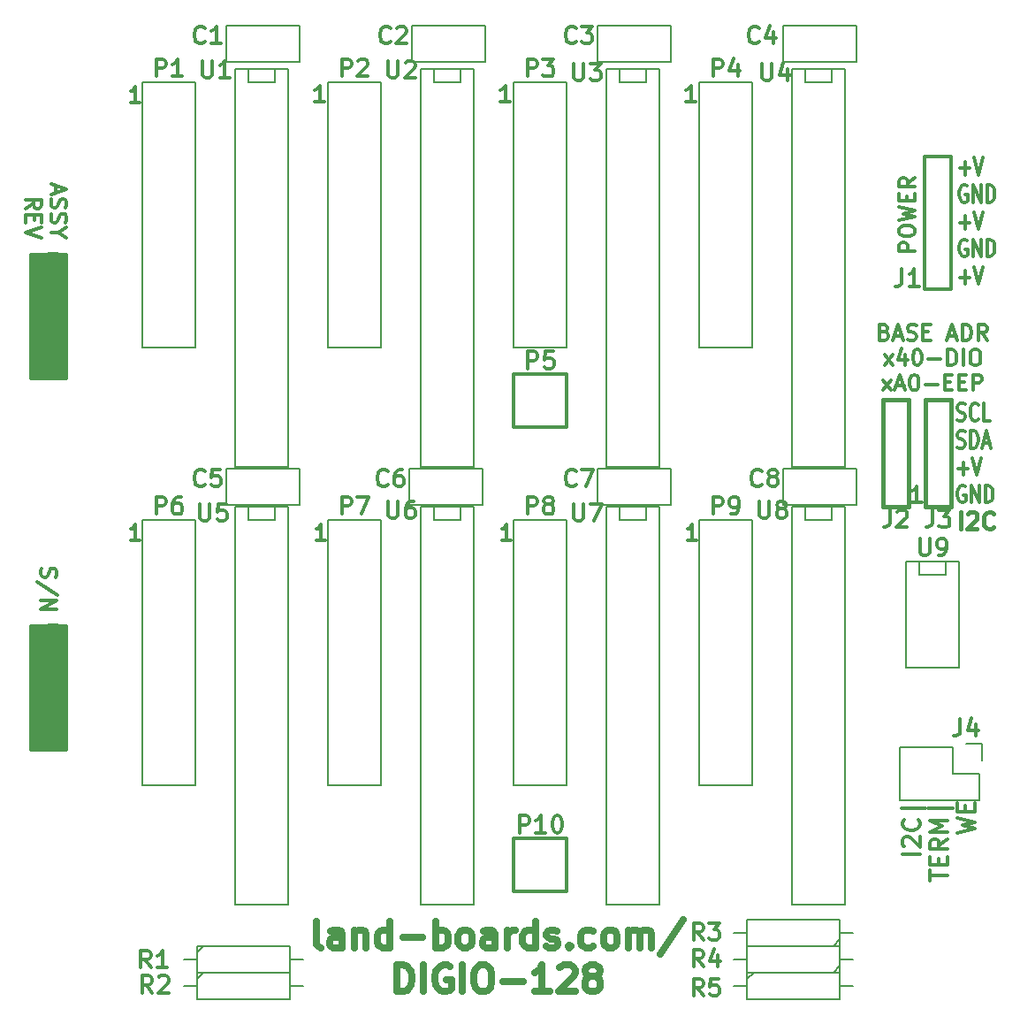
<source format=gto>
G04 #@! TF.FileFunction,Legend,Top*
%FSLAX46Y46*%
G04 Gerber Fmt 4.6, Leading zero omitted, Abs format (unit mm)*
G04 Created by KiCad (PCBNEW (after 2015-mar-04 BZR unknown)-product) date 4/21/2015 3:37:25 PM*
%MOMM*%
G01*
G04 APERTURE LIST*
%ADD10C,0.150000*%
%ADD11C,0.300000*%
%ADD12C,0.635000*%
%ADD13C,0.396875*%
%ADD14C,0.381000*%
%ADD15C,0.304800*%
%ADD16C,0.317500*%
G04 APERTURE END LIST*
D10*
D11*
X96690571Y-32547286D02*
X95190571Y-32547286D01*
X95190571Y-31975858D01*
X95262000Y-31833000D01*
X95333429Y-31761572D01*
X95476286Y-31690143D01*
X95690571Y-31690143D01*
X95833429Y-31761572D01*
X95904857Y-31833000D01*
X95976286Y-31975858D01*
X95976286Y-32547286D01*
X95190571Y-30761572D02*
X95190571Y-30475858D01*
X95262000Y-30333000D01*
X95404857Y-30190143D01*
X95690571Y-30118715D01*
X96190571Y-30118715D01*
X96476286Y-30190143D01*
X96619143Y-30333000D01*
X96690571Y-30475858D01*
X96690571Y-30761572D01*
X96619143Y-30904429D01*
X96476286Y-31047286D01*
X96190571Y-31118715D01*
X95690571Y-31118715D01*
X95404857Y-31047286D01*
X95262000Y-30904429D01*
X95190571Y-30761572D01*
X95190571Y-29618714D02*
X96690571Y-29261571D01*
X95619143Y-28975857D01*
X96690571Y-28690143D01*
X95190571Y-28333000D01*
X95904857Y-27761571D02*
X95904857Y-27261571D01*
X96690571Y-27047285D02*
X96690571Y-27761571D01*
X95190571Y-27761571D01*
X95190571Y-27047285D01*
X96690571Y-25547285D02*
X95976286Y-26047285D01*
X96690571Y-26404428D02*
X95190571Y-26404428D01*
X95190571Y-25833000D01*
X95262000Y-25690142D01*
X95333429Y-25618714D01*
X95476286Y-25547285D01*
X95690571Y-25547285D01*
X95833429Y-25618714D01*
X95904857Y-25690142D01*
X95976286Y-25833000D01*
X95976286Y-26404428D01*
X97195481Y-90278857D02*
X95544481Y-90278857D01*
X95701719Y-89571286D02*
X95623100Y-89492667D01*
X95544481Y-89335429D01*
X95544481Y-88942333D01*
X95623100Y-88785095D01*
X95701719Y-88706476D01*
X95858957Y-88627857D01*
X96016195Y-88627857D01*
X96252052Y-88706476D01*
X97195481Y-89649905D01*
X97195481Y-88627857D01*
X97038243Y-86976857D02*
X97116862Y-87055476D01*
X97195481Y-87291333D01*
X97195481Y-87448571D01*
X97116862Y-87684429D01*
X96959624Y-87841667D01*
X96802386Y-87920286D01*
X96487910Y-87998905D01*
X96252052Y-87998905D01*
X95937576Y-87920286D01*
X95780338Y-87841667D01*
X95623100Y-87684429D01*
X95544481Y-87448571D01*
X95544481Y-87291333D01*
X95623100Y-87055476D01*
X95701719Y-86976857D01*
X97745814Y-85876191D02*
X95387243Y-85876191D01*
X98155881Y-92794667D02*
X98155881Y-91851238D01*
X99806881Y-92322953D02*
X98155881Y-92322953D01*
X98942071Y-91300905D02*
X98942071Y-90750571D01*
X99806881Y-90514714D02*
X99806881Y-91300905D01*
X98155881Y-91300905D01*
X98155881Y-90514714D01*
X99806881Y-88863714D02*
X99020690Y-89414048D01*
X99806881Y-89807143D02*
X98155881Y-89807143D01*
X98155881Y-89178190D01*
X98234500Y-89020952D01*
X98313119Y-88942333D01*
X98470357Y-88863714D01*
X98706214Y-88863714D01*
X98863452Y-88942333D01*
X98942071Y-89020952D01*
X99020690Y-89178190D01*
X99020690Y-89807143D01*
X99806881Y-88156143D02*
X98155881Y-88156143D01*
X99335167Y-87605809D01*
X98155881Y-87055476D01*
X99806881Y-87055476D01*
X100357214Y-85876191D02*
X97998643Y-85876191D01*
X100767281Y-88234762D02*
X102418281Y-87841667D01*
X101238995Y-87527190D01*
X102418281Y-87212714D01*
X100767281Y-86819619D01*
X101553471Y-86190667D02*
X101553471Y-85640333D01*
X102418281Y-85404476D02*
X102418281Y-86190667D01*
X100767281Y-86190667D01*
X100767281Y-85404476D01*
X101013381Y-24613129D02*
X101981000Y-24613129D01*
X101497190Y-25242081D02*
X101497190Y-23984176D01*
X102404333Y-23591081D02*
X102827667Y-25242081D01*
X103251000Y-23591081D01*
X101678619Y-26281100D02*
X101557667Y-26202481D01*
X101376238Y-26202481D01*
X101194810Y-26281100D01*
X101073857Y-26438338D01*
X101013381Y-26595576D01*
X100952905Y-26910052D01*
X100952905Y-27145910D01*
X101013381Y-27460386D01*
X101073857Y-27617624D01*
X101194810Y-27774862D01*
X101376238Y-27853481D01*
X101497190Y-27853481D01*
X101678619Y-27774862D01*
X101739095Y-27696243D01*
X101739095Y-27145910D01*
X101497190Y-27145910D01*
X102283381Y-27853481D02*
X102283381Y-26202481D01*
X103009095Y-27853481D01*
X103009095Y-26202481D01*
X103613857Y-27853481D02*
X103613857Y-26202481D01*
X103916238Y-26202481D01*
X104097666Y-26281100D01*
X104218619Y-26438338D01*
X104279095Y-26595576D01*
X104339571Y-26910052D01*
X104339571Y-27145910D01*
X104279095Y-27460386D01*
X104218619Y-27617624D01*
X104097666Y-27774862D01*
X103916238Y-27853481D01*
X103613857Y-27853481D01*
X101013381Y-29835929D02*
X101981000Y-29835929D01*
X101497190Y-30464881D02*
X101497190Y-29206976D01*
X102404333Y-28813881D02*
X102827667Y-30464881D01*
X103251000Y-28813881D01*
X101678619Y-31503900D02*
X101557667Y-31425281D01*
X101376238Y-31425281D01*
X101194810Y-31503900D01*
X101073857Y-31661138D01*
X101013381Y-31818376D01*
X100952905Y-32132852D01*
X100952905Y-32368710D01*
X101013381Y-32683186D01*
X101073857Y-32840424D01*
X101194810Y-32997662D01*
X101376238Y-33076281D01*
X101497190Y-33076281D01*
X101678619Y-32997662D01*
X101739095Y-32919043D01*
X101739095Y-32368710D01*
X101497190Y-32368710D01*
X102283381Y-33076281D02*
X102283381Y-31425281D01*
X103009095Y-33076281D01*
X103009095Y-31425281D01*
X103613857Y-33076281D02*
X103613857Y-31425281D01*
X103916238Y-31425281D01*
X104097666Y-31503900D01*
X104218619Y-31661138D01*
X104279095Y-31818376D01*
X104339571Y-32132852D01*
X104339571Y-32368710D01*
X104279095Y-32683186D01*
X104218619Y-32840424D01*
X104097666Y-32997662D01*
X103916238Y-33076281D01*
X103613857Y-33076281D01*
X101013381Y-35058729D02*
X101981000Y-35058729D01*
X101497190Y-35687681D02*
X101497190Y-34429776D01*
X102404333Y-34036681D02*
X102827667Y-35687681D01*
X103251000Y-34036681D01*
X75787286Y-60241571D02*
X74930143Y-60241571D01*
X75358715Y-60241571D02*
X75358715Y-58741571D01*
X75215858Y-58955857D01*
X75073000Y-59098714D01*
X74930143Y-59170143D01*
X58007286Y-60241571D02*
X57150143Y-60241571D01*
X57578715Y-60241571D02*
X57578715Y-58741571D01*
X57435858Y-58955857D01*
X57293000Y-59098714D01*
X57150143Y-59170143D01*
X40227286Y-60241571D02*
X39370143Y-60241571D01*
X39798715Y-60241571D02*
X39798715Y-58741571D01*
X39655858Y-58955857D01*
X39513000Y-59098714D01*
X39370143Y-59170143D01*
X22447286Y-60241571D02*
X21590143Y-60241571D01*
X22018715Y-60241571D02*
X22018715Y-58741571D01*
X21875858Y-58955857D01*
X21733000Y-59098714D01*
X21590143Y-59170143D01*
X75660286Y-18204571D02*
X74803143Y-18204571D01*
X75231715Y-18204571D02*
X75231715Y-16704571D01*
X75088858Y-16918857D01*
X74946000Y-17061714D01*
X74803143Y-17133143D01*
X57880286Y-18204571D02*
X57023143Y-18204571D01*
X57451715Y-18204571D02*
X57451715Y-16704571D01*
X57308858Y-16918857D01*
X57166000Y-17061714D01*
X57023143Y-17133143D01*
X40100286Y-18204571D02*
X39243143Y-18204571D01*
X39671715Y-18204571D02*
X39671715Y-16704571D01*
X39528858Y-16918857D01*
X39386000Y-17061714D01*
X39243143Y-17133143D01*
X22447286Y-18331571D02*
X21590143Y-18331571D01*
X22018715Y-18331571D02*
X22018715Y-16831571D01*
X21875858Y-17045857D01*
X21733000Y-17188714D01*
X21590143Y-17260143D01*
X97329572Y-56558571D02*
X96472429Y-56558571D01*
X96901001Y-56558571D02*
X96901001Y-55058571D01*
X96758144Y-55272857D01*
X96615286Y-55415714D01*
X96472429Y-55487143D01*
X93782144Y-40291857D02*
X93996430Y-40363286D01*
X94067858Y-40434714D01*
X94139287Y-40577571D01*
X94139287Y-40791857D01*
X94067858Y-40934714D01*
X93996430Y-41006143D01*
X93853572Y-41077571D01*
X93282144Y-41077571D01*
X93282144Y-39577571D01*
X93782144Y-39577571D01*
X93925001Y-39649000D01*
X93996430Y-39720429D01*
X94067858Y-39863286D01*
X94067858Y-40006143D01*
X93996430Y-40149000D01*
X93925001Y-40220429D01*
X93782144Y-40291857D01*
X93282144Y-40291857D01*
X94710715Y-40649000D02*
X95425001Y-40649000D01*
X94567858Y-41077571D02*
X95067858Y-39577571D01*
X95567858Y-41077571D01*
X95996429Y-41006143D02*
X96210715Y-41077571D01*
X96567858Y-41077571D01*
X96710715Y-41006143D01*
X96782144Y-40934714D01*
X96853572Y-40791857D01*
X96853572Y-40649000D01*
X96782144Y-40506143D01*
X96710715Y-40434714D01*
X96567858Y-40363286D01*
X96282144Y-40291857D01*
X96139286Y-40220429D01*
X96067858Y-40149000D01*
X95996429Y-40006143D01*
X95996429Y-39863286D01*
X96067858Y-39720429D01*
X96139286Y-39649000D01*
X96282144Y-39577571D01*
X96639286Y-39577571D01*
X96853572Y-39649000D01*
X97496429Y-40291857D02*
X97996429Y-40291857D01*
X98210715Y-41077571D02*
X97496429Y-41077571D01*
X97496429Y-39577571D01*
X98210715Y-39577571D01*
X99925000Y-40649000D02*
X100639286Y-40649000D01*
X99782143Y-41077571D02*
X100282143Y-39577571D01*
X100782143Y-41077571D01*
X101282143Y-41077571D02*
X101282143Y-39577571D01*
X101639286Y-39577571D01*
X101853571Y-39649000D01*
X101996429Y-39791857D01*
X102067857Y-39934714D01*
X102139286Y-40220429D01*
X102139286Y-40434714D01*
X102067857Y-40720429D01*
X101996429Y-40863286D01*
X101853571Y-41006143D01*
X101639286Y-41077571D01*
X101282143Y-41077571D01*
X103639286Y-41077571D02*
X103139286Y-40363286D01*
X102782143Y-41077571D02*
X102782143Y-39577571D01*
X103353571Y-39577571D01*
X103496429Y-39649000D01*
X103567857Y-39720429D01*
X103639286Y-39863286D01*
X103639286Y-40077571D01*
X103567857Y-40220429D01*
X103496429Y-40291857D01*
X103353571Y-40363286D01*
X102782143Y-40363286D01*
X93782143Y-43477571D02*
X94567857Y-42477571D01*
X93782143Y-42477571D02*
X94567857Y-43477571D01*
X95782143Y-42477571D02*
X95782143Y-43477571D01*
X95425000Y-41906143D02*
X95067857Y-42977571D01*
X95996429Y-42977571D01*
X96853571Y-41977571D02*
X96996428Y-41977571D01*
X97139285Y-42049000D01*
X97210714Y-42120429D01*
X97282143Y-42263286D01*
X97353571Y-42549000D01*
X97353571Y-42906143D01*
X97282143Y-43191857D01*
X97210714Y-43334714D01*
X97139285Y-43406143D01*
X96996428Y-43477571D01*
X96853571Y-43477571D01*
X96710714Y-43406143D01*
X96639285Y-43334714D01*
X96567857Y-43191857D01*
X96496428Y-42906143D01*
X96496428Y-42549000D01*
X96567857Y-42263286D01*
X96639285Y-42120429D01*
X96710714Y-42049000D01*
X96853571Y-41977571D01*
X97996428Y-42906143D02*
X99139285Y-42906143D01*
X99853571Y-43477571D02*
X99853571Y-41977571D01*
X100210714Y-41977571D01*
X100424999Y-42049000D01*
X100567857Y-42191857D01*
X100639285Y-42334714D01*
X100710714Y-42620429D01*
X100710714Y-42834714D01*
X100639285Y-43120429D01*
X100567857Y-43263286D01*
X100424999Y-43406143D01*
X100210714Y-43477571D01*
X99853571Y-43477571D01*
X101353571Y-43477571D02*
X101353571Y-41977571D01*
X102353571Y-41977571D02*
X102639285Y-41977571D01*
X102782143Y-42049000D01*
X102925000Y-42191857D01*
X102996428Y-42477571D01*
X102996428Y-42977571D01*
X102925000Y-43263286D01*
X102782143Y-43406143D01*
X102639285Y-43477571D01*
X102353571Y-43477571D01*
X102210714Y-43406143D01*
X102067857Y-43263286D01*
X101996428Y-42977571D01*
X101996428Y-42477571D01*
X102067857Y-42191857D01*
X102210714Y-42049000D01*
X102353571Y-41977571D01*
X93639286Y-45877571D02*
X94425000Y-44877571D01*
X93639286Y-44877571D02*
X94425000Y-45877571D01*
X94925000Y-45449000D02*
X95639286Y-45449000D01*
X94782143Y-45877571D02*
X95282143Y-44377571D01*
X95782143Y-45877571D01*
X96567857Y-44377571D02*
X96710714Y-44377571D01*
X96853571Y-44449000D01*
X96925000Y-44520429D01*
X96996429Y-44663286D01*
X97067857Y-44949000D01*
X97067857Y-45306143D01*
X96996429Y-45591857D01*
X96925000Y-45734714D01*
X96853571Y-45806143D01*
X96710714Y-45877571D01*
X96567857Y-45877571D01*
X96425000Y-45806143D01*
X96353571Y-45734714D01*
X96282143Y-45591857D01*
X96210714Y-45306143D01*
X96210714Y-44949000D01*
X96282143Y-44663286D01*
X96353571Y-44520429D01*
X96425000Y-44449000D01*
X96567857Y-44377571D01*
X97710714Y-45306143D02*
X98853571Y-45306143D01*
X99567857Y-45091857D02*
X100067857Y-45091857D01*
X100282143Y-45877571D02*
X99567857Y-45877571D01*
X99567857Y-44377571D01*
X100282143Y-44377571D01*
X100925000Y-45091857D02*
X101425000Y-45091857D01*
X101639286Y-45877571D02*
X100925000Y-45877571D01*
X100925000Y-44377571D01*
X101639286Y-44377571D01*
X102282143Y-45877571D02*
X102282143Y-44377571D01*
X102853571Y-44377571D01*
X102996429Y-44449000D01*
X103067857Y-44520429D01*
X103139286Y-44663286D01*
X103139286Y-44877571D01*
X103067857Y-45020429D01*
X102996429Y-45091857D01*
X102853571Y-45163286D01*
X102282143Y-45163286D01*
D12*
X39775192Y-99256548D02*
X39533287Y-99135595D01*
X39412335Y-98893690D01*
X39412335Y-96716548D01*
X41831382Y-99256548D02*
X41831382Y-97926071D01*
X41710430Y-97684167D01*
X41468525Y-97563214D01*
X40984716Y-97563214D01*
X40742811Y-97684167D01*
X41831382Y-99135595D02*
X41589478Y-99256548D01*
X40984716Y-99256548D01*
X40742811Y-99135595D01*
X40621859Y-98893690D01*
X40621859Y-98651786D01*
X40742811Y-98409881D01*
X40984716Y-98288929D01*
X41589478Y-98288929D01*
X41831382Y-98167976D01*
X43040906Y-97563214D02*
X43040906Y-99256548D01*
X43040906Y-97805119D02*
X43161858Y-97684167D01*
X43403763Y-97563214D01*
X43766620Y-97563214D01*
X44008525Y-97684167D01*
X44129477Y-97926071D01*
X44129477Y-99256548D01*
X46427572Y-99256548D02*
X46427572Y-96716548D01*
X46427572Y-99135595D02*
X46185668Y-99256548D01*
X45701858Y-99256548D01*
X45459953Y-99135595D01*
X45339001Y-99014643D01*
X45218049Y-98772738D01*
X45218049Y-98047024D01*
X45339001Y-97805119D01*
X45459953Y-97684167D01*
X45701858Y-97563214D01*
X46185668Y-97563214D01*
X46427572Y-97684167D01*
X47637096Y-98288929D02*
X49572334Y-98288929D01*
X50781858Y-99256548D02*
X50781858Y-96716548D01*
X50781858Y-97684167D02*
X51023763Y-97563214D01*
X51507572Y-97563214D01*
X51749477Y-97684167D01*
X51870429Y-97805119D01*
X51991382Y-98047024D01*
X51991382Y-98772738D01*
X51870429Y-99014643D01*
X51749477Y-99135595D01*
X51507572Y-99256548D01*
X51023763Y-99256548D01*
X50781858Y-99135595D01*
X53442810Y-99256548D02*
X53200905Y-99135595D01*
X53079953Y-99014643D01*
X52959001Y-98772738D01*
X52959001Y-98047024D01*
X53079953Y-97805119D01*
X53200905Y-97684167D01*
X53442810Y-97563214D01*
X53805667Y-97563214D01*
X54047572Y-97684167D01*
X54168524Y-97805119D01*
X54289477Y-98047024D01*
X54289477Y-98772738D01*
X54168524Y-99014643D01*
X54047572Y-99135595D01*
X53805667Y-99256548D01*
X53442810Y-99256548D01*
X56466619Y-99256548D02*
X56466619Y-97926071D01*
X56345667Y-97684167D01*
X56103762Y-97563214D01*
X55619953Y-97563214D01*
X55378048Y-97684167D01*
X56466619Y-99135595D02*
X56224715Y-99256548D01*
X55619953Y-99256548D01*
X55378048Y-99135595D01*
X55257096Y-98893690D01*
X55257096Y-98651786D01*
X55378048Y-98409881D01*
X55619953Y-98288929D01*
X56224715Y-98288929D01*
X56466619Y-98167976D01*
X57676143Y-99256548D02*
X57676143Y-97563214D01*
X57676143Y-98047024D02*
X57797095Y-97805119D01*
X57918048Y-97684167D01*
X58159952Y-97563214D01*
X58401857Y-97563214D01*
X60337095Y-99256548D02*
X60337095Y-96716548D01*
X60337095Y-99135595D02*
X60095191Y-99256548D01*
X59611381Y-99256548D01*
X59369476Y-99135595D01*
X59248524Y-99014643D01*
X59127572Y-98772738D01*
X59127572Y-98047024D01*
X59248524Y-97805119D01*
X59369476Y-97684167D01*
X59611381Y-97563214D01*
X60095191Y-97563214D01*
X60337095Y-97684167D01*
X61425667Y-99135595D02*
X61667571Y-99256548D01*
X62151381Y-99256548D01*
X62393286Y-99135595D01*
X62514238Y-98893690D01*
X62514238Y-98772738D01*
X62393286Y-98530833D01*
X62151381Y-98409881D01*
X61788524Y-98409881D01*
X61546619Y-98288929D01*
X61425667Y-98047024D01*
X61425667Y-97926071D01*
X61546619Y-97684167D01*
X61788524Y-97563214D01*
X62151381Y-97563214D01*
X62393286Y-97684167D01*
X63602809Y-99014643D02*
X63723761Y-99135595D01*
X63602809Y-99256548D01*
X63481857Y-99135595D01*
X63602809Y-99014643D01*
X63602809Y-99256548D01*
X65900904Y-99135595D02*
X65659000Y-99256548D01*
X65175190Y-99256548D01*
X64933285Y-99135595D01*
X64812333Y-99014643D01*
X64691381Y-98772738D01*
X64691381Y-98047024D01*
X64812333Y-97805119D01*
X64933285Y-97684167D01*
X65175190Y-97563214D01*
X65659000Y-97563214D01*
X65900904Y-97684167D01*
X67352333Y-99256548D02*
X67110428Y-99135595D01*
X66989476Y-99014643D01*
X66868524Y-98772738D01*
X66868524Y-98047024D01*
X66989476Y-97805119D01*
X67110428Y-97684167D01*
X67352333Y-97563214D01*
X67715190Y-97563214D01*
X67957095Y-97684167D01*
X68078047Y-97805119D01*
X68199000Y-98047024D01*
X68199000Y-98772738D01*
X68078047Y-99014643D01*
X67957095Y-99135595D01*
X67715190Y-99256548D01*
X67352333Y-99256548D01*
X69287571Y-99256548D02*
X69287571Y-97563214D01*
X69287571Y-97805119D02*
X69408523Y-97684167D01*
X69650428Y-97563214D01*
X70013285Y-97563214D01*
X70255190Y-97684167D01*
X70376142Y-97926071D01*
X70376142Y-99256548D01*
X70376142Y-97926071D02*
X70497095Y-97684167D01*
X70738999Y-97563214D01*
X71101857Y-97563214D01*
X71343761Y-97684167D01*
X71464714Y-97926071D01*
X71464714Y-99256548D01*
X74488524Y-96595595D02*
X72311381Y-99861310D01*
X47092809Y-103447548D02*
X47092809Y-100907548D01*
X47697571Y-100907548D01*
X48060428Y-101028500D01*
X48302333Y-101270405D01*
X48423285Y-101512310D01*
X48544237Y-101996119D01*
X48544237Y-102358976D01*
X48423285Y-102842786D01*
X48302333Y-103084690D01*
X48060428Y-103326595D01*
X47697571Y-103447548D01*
X47092809Y-103447548D01*
X49632809Y-103447548D02*
X49632809Y-100907548D01*
X52172809Y-101028500D02*
X51930904Y-100907548D01*
X51568047Y-100907548D01*
X51205190Y-101028500D01*
X50963285Y-101270405D01*
X50842333Y-101512310D01*
X50721381Y-101996119D01*
X50721381Y-102358976D01*
X50842333Y-102842786D01*
X50963285Y-103084690D01*
X51205190Y-103326595D01*
X51568047Y-103447548D01*
X51809952Y-103447548D01*
X52172809Y-103326595D01*
X52293761Y-103205643D01*
X52293761Y-102358976D01*
X51809952Y-102358976D01*
X53382333Y-103447548D02*
X53382333Y-100907548D01*
X55075666Y-100907548D02*
X55559476Y-100907548D01*
X55801381Y-101028500D01*
X56043285Y-101270405D01*
X56164238Y-101754214D01*
X56164238Y-102600881D01*
X56043285Y-103084690D01*
X55801381Y-103326595D01*
X55559476Y-103447548D01*
X55075666Y-103447548D01*
X54833762Y-103326595D01*
X54591857Y-103084690D01*
X54470905Y-102600881D01*
X54470905Y-101754214D01*
X54591857Y-101270405D01*
X54833762Y-101028500D01*
X55075666Y-100907548D01*
X57252809Y-102479929D02*
X59188047Y-102479929D01*
X61728047Y-103447548D02*
X60276619Y-103447548D01*
X61002333Y-103447548D02*
X61002333Y-100907548D01*
X60760428Y-101270405D01*
X60518523Y-101512310D01*
X60276619Y-101633262D01*
X62695667Y-101149452D02*
X62816619Y-101028500D01*
X63058524Y-100907548D01*
X63663286Y-100907548D01*
X63905190Y-101028500D01*
X64026143Y-101149452D01*
X64147095Y-101391357D01*
X64147095Y-101633262D01*
X64026143Y-101996119D01*
X62574714Y-103447548D01*
X64147095Y-103447548D01*
X65598524Y-101996119D02*
X65356619Y-101875167D01*
X65235667Y-101754214D01*
X65114715Y-101512310D01*
X65114715Y-101391357D01*
X65235667Y-101149452D01*
X65356619Y-101028500D01*
X65598524Y-100907548D01*
X66082334Y-100907548D01*
X66324238Y-101028500D01*
X66445191Y-101149452D01*
X66566143Y-101391357D01*
X66566143Y-101512310D01*
X66445191Y-101754214D01*
X66324238Y-101875167D01*
X66082334Y-101996119D01*
X65598524Y-101996119D01*
X65356619Y-102117071D01*
X65235667Y-102238024D01*
X65114715Y-102479929D01*
X65114715Y-102963738D01*
X65235667Y-103205643D01*
X65356619Y-103326595D01*
X65598524Y-103447548D01*
X66082334Y-103447548D01*
X66324238Y-103326595D01*
X66445191Y-103205643D01*
X66566143Y-102963738D01*
X66566143Y-102479929D01*
X66445191Y-102238024D01*
X66324238Y-102117071D01*
X66082334Y-101996119D01*
D11*
X13066857Y-62916285D02*
X12995429Y-63130571D01*
X12995429Y-63487714D01*
X13066857Y-63630571D01*
X13138286Y-63702000D01*
X13281143Y-63773428D01*
X13424000Y-63773428D01*
X13566857Y-63702000D01*
X13638286Y-63630571D01*
X13709714Y-63487714D01*
X13781143Y-63202000D01*
X13852571Y-63059142D01*
X13924000Y-62987714D01*
X14066857Y-62916285D01*
X14209714Y-62916285D01*
X14352571Y-62987714D01*
X14424000Y-63059142D01*
X14495429Y-63202000D01*
X14495429Y-63559142D01*
X14424000Y-63773428D01*
X14566857Y-65487713D02*
X12638286Y-64201999D01*
X12995429Y-65987714D02*
X14495429Y-65987714D01*
X12995429Y-66844857D01*
X14495429Y-66844857D01*
D13*
X101066298Y-59138155D02*
X101066298Y-57550655D01*
X101746655Y-57701845D02*
X101822250Y-57626250D01*
X101973441Y-57550655D01*
X102351417Y-57550655D01*
X102502607Y-57626250D01*
X102578203Y-57701845D01*
X102653798Y-57853036D01*
X102653798Y-58004226D01*
X102578203Y-58231012D01*
X101671060Y-59138155D01*
X102653798Y-59138155D01*
X104241298Y-58986964D02*
X104165703Y-59062560D01*
X103938917Y-59138155D01*
X103787727Y-59138155D01*
X103560941Y-59062560D01*
X103409750Y-58911369D01*
X103334155Y-58760179D01*
X103258560Y-58457798D01*
X103258560Y-58231012D01*
X103334155Y-57928631D01*
X103409750Y-57777440D01*
X103560941Y-57626250D01*
X103787727Y-57550655D01*
X103938917Y-57550655D01*
X104165703Y-57626250D01*
X104241298Y-57701845D01*
D11*
X100783905Y-48713162D02*
X100965333Y-48791781D01*
X101267714Y-48791781D01*
X101388667Y-48713162D01*
X101449143Y-48634543D01*
X101509619Y-48477305D01*
X101509619Y-48320067D01*
X101449143Y-48162829D01*
X101388667Y-48084210D01*
X101267714Y-48005590D01*
X101025810Y-47926971D01*
X100904857Y-47848352D01*
X100844381Y-47769733D01*
X100783905Y-47612495D01*
X100783905Y-47455257D01*
X100844381Y-47298019D01*
X100904857Y-47219400D01*
X101025810Y-47140781D01*
X101328190Y-47140781D01*
X101509619Y-47219400D01*
X102779619Y-48634543D02*
X102719143Y-48713162D01*
X102537714Y-48791781D01*
X102416762Y-48791781D01*
X102235334Y-48713162D01*
X102114381Y-48555924D01*
X102053905Y-48398686D01*
X101993429Y-48084210D01*
X101993429Y-47848352D01*
X102053905Y-47533876D01*
X102114381Y-47376638D01*
X102235334Y-47219400D01*
X102416762Y-47140781D01*
X102537714Y-47140781D01*
X102719143Y-47219400D01*
X102779619Y-47298019D01*
X103928667Y-48791781D02*
X103323905Y-48791781D01*
X103323905Y-47140781D01*
X100783905Y-51324562D02*
X100965333Y-51403181D01*
X101267714Y-51403181D01*
X101388667Y-51324562D01*
X101449143Y-51245943D01*
X101509619Y-51088705D01*
X101509619Y-50931467D01*
X101449143Y-50774229D01*
X101388667Y-50695610D01*
X101267714Y-50616990D01*
X101025810Y-50538371D01*
X100904857Y-50459752D01*
X100844381Y-50381133D01*
X100783905Y-50223895D01*
X100783905Y-50066657D01*
X100844381Y-49909419D01*
X100904857Y-49830800D01*
X101025810Y-49752181D01*
X101328190Y-49752181D01*
X101509619Y-49830800D01*
X102053905Y-51403181D02*
X102053905Y-49752181D01*
X102356286Y-49752181D01*
X102537714Y-49830800D01*
X102658667Y-49988038D01*
X102719143Y-50145276D01*
X102779619Y-50459752D01*
X102779619Y-50695610D01*
X102719143Y-51010086D01*
X102658667Y-51167324D01*
X102537714Y-51324562D01*
X102356286Y-51403181D01*
X102053905Y-51403181D01*
X103263429Y-50931467D02*
X103868191Y-50931467D01*
X103142476Y-51403181D02*
X103565810Y-49752181D01*
X103989143Y-51403181D01*
X100844381Y-53385629D02*
X101812000Y-53385629D01*
X101328190Y-54014581D02*
X101328190Y-52756676D01*
X102235333Y-52363581D02*
X102658667Y-54014581D01*
X103082000Y-52363581D01*
X101509619Y-55053600D02*
X101388667Y-54974981D01*
X101207238Y-54974981D01*
X101025810Y-55053600D01*
X100904857Y-55210838D01*
X100844381Y-55368076D01*
X100783905Y-55682552D01*
X100783905Y-55918410D01*
X100844381Y-56232886D01*
X100904857Y-56390124D01*
X101025810Y-56547362D01*
X101207238Y-56625981D01*
X101328190Y-56625981D01*
X101509619Y-56547362D01*
X101570095Y-56468743D01*
X101570095Y-55918410D01*
X101328190Y-55918410D01*
X102114381Y-56625981D02*
X102114381Y-54974981D01*
X102840095Y-56625981D01*
X102840095Y-54974981D01*
X103444857Y-56625981D02*
X103444857Y-54974981D01*
X103747238Y-54974981D01*
X103928666Y-55053600D01*
X104049619Y-55210838D01*
X104110095Y-55368076D01*
X104170571Y-55682552D01*
X104170571Y-55918410D01*
X104110095Y-56232886D01*
X104049619Y-56390124D01*
X103928666Y-56547362D01*
X103747238Y-56625981D01*
X103444857Y-56625981D01*
X14370000Y-26245144D02*
X14370000Y-26959430D01*
X13941429Y-26102287D02*
X15441429Y-26602287D01*
X13941429Y-27102287D01*
X14012857Y-27530858D02*
X13941429Y-27745144D01*
X13941429Y-28102287D01*
X14012857Y-28245144D01*
X14084286Y-28316573D01*
X14227143Y-28388001D01*
X14370000Y-28388001D01*
X14512857Y-28316573D01*
X14584286Y-28245144D01*
X14655714Y-28102287D01*
X14727143Y-27816573D01*
X14798571Y-27673715D01*
X14870000Y-27602287D01*
X15012857Y-27530858D01*
X15155714Y-27530858D01*
X15298571Y-27602287D01*
X15370000Y-27673715D01*
X15441429Y-27816573D01*
X15441429Y-28173715D01*
X15370000Y-28388001D01*
X14012857Y-28959429D02*
X13941429Y-29173715D01*
X13941429Y-29530858D01*
X14012857Y-29673715D01*
X14084286Y-29745144D01*
X14227143Y-29816572D01*
X14370000Y-29816572D01*
X14512857Y-29745144D01*
X14584286Y-29673715D01*
X14655714Y-29530858D01*
X14727143Y-29245144D01*
X14798571Y-29102286D01*
X14870000Y-29030858D01*
X15012857Y-28959429D01*
X15155714Y-28959429D01*
X15298571Y-29030858D01*
X15370000Y-29102286D01*
X15441429Y-29245144D01*
X15441429Y-29602286D01*
X15370000Y-29816572D01*
X14655714Y-30745143D02*
X13941429Y-30745143D01*
X15441429Y-30245143D02*
X14655714Y-30745143D01*
X15441429Y-31245143D01*
X11541429Y-28459429D02*
X12255714Y-27959429D01*
X11541429Y-27602286D02*
X13041429Y-27602286D01*
X13041429Y-28173714D01*
X12970000Y-28316572D01*
X12898571Y-28388000D01*
X12755714Y-28459429D01*
X12541429Y-28459429D01*
X12398571Y-28388000D01*
X12327143Y-28316572D01*
X12255714Y-28173714D01*
X12255714Y-27602286D01*
X12327143Y-29102286D02*
X12327143Y-29602286D01*
X11541429Y-29816572D02*
X11541429Y-29102286D01*
X13041429Y-29102286D01*
X13041429Y-29816572D01*
X13041429Y-30245143D02*
X11541429Y-30745143D01*
X13041429Y-31245143D01*
D14*
X93619320Y-57002680D02*
X93619320Y-46753780D01*
X93619320Y-46753780D02*
X96118680Y-46753780D01*
X93619320Y-57002680D02*
X96118680Y-57002680D01*
X96118680Y-57002680D02*
X96118680Y-46753780D01*
D10*
X81120000Y-41750000D02*
X81120000Y-16350000D01*
X81120000Y-16350000D02*
X76040000Y-16350000D01*
X76040000Y-16350000D02*
X76040000Y-41750000D01*
X76040000Y-41750000D02*
X81120000Y-41750000D01*
X63340000Y-41750000D02*
X63340000Y-16350000D01*
X63340000Y-16350000D02*
X58260000Y-16350000D01*
X58260000Y-16350000D02*
X58260000Y-41750000D01*
X58260000Y-41750000D02*
X63340000Y-41750000D01*
X45560000Y-41750000D02*
X45560000Y-16350000D01*
X45560000Y-16350000D02*
X40480000Y-16350000D01*
X40480000Y-16350000D02*
X40480000Y-41750000D01*
X40480000Y-41750000D02*
X45560000Y-41750000D01*
X27780000Y-41750000D02*
X27780000Y-16350000D01*
X27780000Y-16350000D02*
X22700000Y-16350000D01*
X22700000Y-16350000D02*
X22700000Y-41750000D01*
X22700000Y-41750000D02*
X27780000Y-41750000D01*
D14*
X97683320Y-57002680D02*
X97683320Y-46753780D01*
X97683320Y-46753780D02*
X100182680Y-46753780D01*
X97683320Y-57002680D02*
X100182680Y-57002680D01*
X100182680Y-57002680D02*
X100182680Y-46753780D01*
D10*
X45560000Y-83660000D02*
X45560000Y-58260000D01*
X45560000Y-58260000D02*
X40480000Y-58260000D01*
X40480000Y-58260000D02*
X40480000Y-83660000D01*
X40480000Y-83660000D02*
X45560000Y-83660000D01*
X63340000Y-83660000D02*
X63340000Y-58260000D01*
X63340000Y-58260000D02*
X58260000Y-58260000D01*
X58260000Y-58260000D02*
X58260000Y-83660000D01*
X58260000Y-83660000D02*
X63340000Y-83660000D01*
X81120000Y-83660000D02*
X81120000Y-58260000D01*
X81120000Y-58260000D02*
X76040000Y-58260000D01*
X76040000Y-58260000D02*
X76040000Y-83660000D01*
X76040000Y-83660000D02*
X81120000Y-83660000D01*
D15*
X63373000Y-88773000D02*
X63373000Y-93853000D01*
X63373000Y-93853000D02*
X58293000Y-93853000D01*
X58293000Y-93853000D02*
X58293000Y-88773000D01*
X58293000Y-88773000D02*
X63373000Y-88773000D01*
X63373000Y-44323000D02*
X63373000Y-49403000D01*
X63373000Y-49403000D02*
X58293000Y-49403000D01*
X58293000Y-49403000D02*
X58293000Y-44323000D01*
X58293000Y-44323000D02*
X63373000Y-44323000D01*
D10*
X27780000Y-83660000D02*
X27780000Y-58260000D01*
X27780000Y-58260000D02*
X22700000Y-58260000D01*
X22700000Y-58260000D02*
X22700000Y-83660000D01*
X22700000Y-83660000D02*
X27780000Y-83660000D01*
D15*
X97663000Y-36195000D02*
X100203000Y-36195000D01*
X100203000Y-23495000D02*
X97663000Y-23495000D01*
X97663000Y-36195000D02*
X97663000Y-23495000D01*
X100203000Y-23495000D02*
X100203000Y-36195000D01*
D12*
X12540000Y-44544000D02*
X12540000Y-33114000D01*
X12540000Y-33114000D02*
X13175000Y-33114000D01*
X13175000Y-33114000D02*
X13175000Y-44544000D01*
X13175000Y-44544000D02*
X13810000Y-44544000D01*
X13810000Y-44544000D02*
X13810000Y-32987000D01*
X13810000Y-32987000D02*
X14445000Y-32987000D01*
X14445000Y-32987000D02*
X14445000Y-44544000D01*
X14445000Y-44544000D02*
X14953000Y-44544000D01*
X14953000Y-44544000D02*
X14953000Y-33114000D01*
D14*
X12032000Y-32860000D02*
X12032000Y-44671000D01*
X12032000Y-44671000D02*
X15334000Y-44671000D01*
X15334000Y-44671000D02*
X15334000Y-32860000D01*
X15334000Y-32860000D02*
X12032000Y-32860000D01*
D12*
X12540000Y-80104000D02*
X12540000Y-68674000D01*
X12540000Y-68674000D02*
X13175000Y-68674000D01*
X13175000Y-68674000D02*
X13175000Y-80104000D01*
X13175000Y-80104000D02*
X13810000Y-80104000D01*
X13810000Y-80104000D02*
X13810000Y-68547000D01*
X13810000Y-68547000D02*
X14445000Y-68547000D01*
X14445000Y-68547000D02*
X14445000Y-80104000D01*
X14445000Y-80104000D02*
X14953000Y-80104000D01*
X14953000Y-80104000D02*
X14953000Y-68674000D01*
D14*
X12032000Y-68420000D02*
X12032000Y-80231000D01*
X12032000Y-80231000D02*
X15334000Y-80231000D01*
X15334000Y-80231000D02*
X15334000Y-68420000D01*
X15334000Y-68420000D02*
X12032000Y-68420000D01*
D10*
X27940000Y-99060000D02*
X27940000Y-101600000D01*
X27940000Y-101600000D02*
X36830000Y-101600000D01*
X36830000Y-101600000D02*
X36830000Y-99060000D01*
X36830000Y-99060000D02*
X27940000Y-99060000D01*
X27940000Y-99695000D02*
X28575000Y-99060000D01*
X27940000Y-100330000D02*
X26670000Y-100330000D01*
X36830000Y-100330000D02*
X38100000Y-100330000D01*
X27940000Y-101600000D02*
X27940000Y-104140000D01*
X27940000Y-104140000D02*
X36830000Y-104140000D01*
X36830000Y-104140000D02*
X36830000Y-101600000D01*
X36830000Y-101600000D02*
X27940000Y-101600000D01*
X27940000Y-102235000D02*
X28575000Y-101600000D01*
X27940000Y-102870000D02*
X26670000Y-102870000D01*
X36830000Y-102870000D02*
X38100000Y-102870000D01*
X89535000Y-101600000D02*
X89535000Y-99060000D01*
X89535000Y-99060000D02*
X80645000Y-99060000D01*
X80645000Y-99060000D02*
X80645000Y-101600000D01*
X80645000Y-101600000D02*
X89535000Y-101600000D01*
X89535000Y-100965000D02*
X88900000Y-101600000D01*
X89535000Y-100330000D02*
X90805000Y-100330000D01*
X80645000Y-100330000D02*
X79375000Y-100330000D01*
X89535000Y-99060000D02*
X89535000Y-96520000D01*
X89535000Y-96520000D02*
X80645000Y-96520000D01*
X80645000Y-96520000D02*
X80645000Y-99060000D01*
X80645000Y-99060000D02*
X89535000Y-99060000D01*
X89535000Y-98425000D02*
X88900000Y-99060000D01*
X89535000Y-97790000D02*
X90805000Y-97790000D01*
X80645000Y-97790000D02*
X79375000Y-97790000D01*
X36670000Y-15080000D02*
X36670000Y-53180000D01*
X36670000Y-53180000D02*
X31590000Y-53180000D01*
X31590000Y-53180000D02*
X31590000Y-15080000D01*
X31590000Y-15080000D02*
X36670000Y-15080000D01*
X35400000Y-15080000D02*
X35400000Y-16350000D01*
X35400000Y-16350000D02*
X32860000Y-16350000D01*
X32860000Y-16350000D02*
X32860000Y-15080000D01*
X54450000Y-15080000D02*
X54450000Y-53180000D01*
X54450000Y-53180000D02*
X49370000Y-53180000D01*
X49370000Y-53180000D02*
X49370000Y-15080000D01*
X49370000Y-15080000D02*
X54450000Y-15080000D01*
X53180000Y-15080000D02*
X53180000Y-16350000D01*
X53180000Y-16350000D02*
X50640000Y-16350000D01*
X50640000Y-16350000D02*
X50640000Y-15080000D01*
X72230000Y-15080000D02*
X72230000Y-53180000D01*
X72230000Y-53180000D02*
X67150000Y-53180000D01*
X67150000Y-53180000D02*
X67150000Y-15080000D01*
X67150000Y-15080000D02*
X72230000Y-15080000D01*
X70960000Y-15080000D02*
X70960000Y-16350000D01*
X70960000Y-16350000D02*
X68420000Y-16350000D01*
X68420000Y-16350000D02*
X68420000Y-15080000D01*
X90010000Y-15080000D02*
X90010000Y-53180000D01*
X90010000Y-53180000D02*
X84930000Y-53180000D01*
X84930000Y-53180000D02*
X84930000Y-15080000D01*
X84930000Y-15080000D02*
X90010000Y-15080000D01*
X88740000Y-15080000D02*
X88740000Y-16350000D01*
X88740000Y-16350000D02*
X86200000Y-16350000D01*
X86200000Y-16350000D02*
X86200000Y-15080000D01*
X36670000Y-56990000D02*
X36670000Y-95090000D01*
X36670000Y-95090000D02*
X31590000Y-95090000D01*
X31590000Y-95090000D02*
X31590000Y-56990000D01*
X31590000Y-56990000D02*
X36670000Y-56990000D01*
X35400000Y-56990000D02*
X35400000Y-58260000D01*
X35400000Y-58260000D02*
X32860000Y-58260000D01*
X32860000Y-58260000D02*
X32860000Y-56990000D01*
X54450000Y-56990000D02*
X54450000Y-95090000D01*
X54450000Y-95090000D02*
X49370000Y-95090000D01*
X49370000Y-95090000D02*
X49370000Y-56990000D01*
X49370000Y-56990000D02*
X54450000Y-56990000D01*
X53180000Y-56990000D02*
X53180000Y-58260000D01*
X53180000Y-58260000D02*
X50640000Y-58260000D01*
X50640000Y-58260000D02*
X50640000Y-56990000D01*
X72230000Y-56990000D02*
X72230000Y-95090000D01*
X72230000Y-95090000D02*
X67150000Y-95090000D01*
X67150000Y-95090000D02*
X67150000Y-56990000D01*
X67150000Y-56990000D02*
X72230000Y-56990000D01*
X70960000Y-56990000D02*
X70960000Y-58260000D01*
X70960000Y-58260000D02*
X68420000Y-58260000D01*
X68420000Y-58260000D02*
X68420000Y-56990000D01*
X90010000Y-56990000D02*
X90010000Y-95090000D01*
X90010000Y-95090000D02*
X84930000Y-95090000D01*
X84930000Y-95090000D02*
X84930000Y-56990000D01*
X84930000Y-56990000D02*
X90010000Y-56990000D01*
X88740000Y-56990000D02*
X88740000Y-58260000D01*
X88740000Y-58260000D02*
X86200000Y-58260000D01*
X86200000Y-58260000D02*
X86200000Y-56990000D01*
X99695000Y-62230000D02*
X99695000Y-63500000D01*
X99695000Y-63500000D02*
X97155000Y-63500000D01*
X97155000Y-63500000D02*
X97155000Y-62230000D01*
X100965000Y-62230000D02*
X100965000Y-72390000D01*
X100965000Y-72390000D02*
X95885000Y-72390000D01*
X95885000Y-72390000D02*
X95885000Y-62230000D01*
X95885000Y-62230000D02*
X100965000Y-62230000D01*
X30750000Y-10950000D02*
X37750000Y-10950000D01*
X37750000Y-10950000D02*
X37750000Y-14450000D01*
X37750000Y-14450000D02*
X30750000Y-14450000D01*
X30750000Y-14450000D02*
X30750000Y-10950000D01*
X48530000Y-10950000D02*
X55530000Y-10950000D01*
X55530000Y-10950000D02*
X55530000Y-14450000D01*
X55530000Y-14450000D02*
X48530000Y-14450000D01*
X48530000Y-14450000D02*
X48530000Y-10950000D01*
X66310000Y-10950000D02*
X73310000Y-10950000D01*
X73310000Y-10950000D02*
X73310000Y-14450000D01*
X73310000Y-14450000D02*
X66310000Y-14450000D01*
X66310000Y-14450000D02*
X66310000Y-10950000D01*
X84090000Y-10950000D02*
X91090000Y-10950000D01*
X91090000Y-10950000D02*
X91090000Y-14450000D01*
X91090000Y-14450000D02*
X84090000Y-14450000D01*
X84090000Y-14450000D02*
X84090000Y-10950000D01*
X30750000Y-53368000D02*
X37750000Y-53368000D01*
X37750000Y-53368000D02*
X37750000Y-56868000D01*
X37750000Y-56868000D02*
X30750000Y-56868000D01*
X30750000Y-56868000D02*
X30750000Y-53368000D01*
X48276000Y-53368000D02*
X55276000Y-53368000D01*
X55276000Y-53368000D02*
X55276000Y-56868000D01*
X55276000Y-56868000D02*
X48276000Y-56868000D01*
X48276000Y-56868000D02*
X48276000Y-53368000D01*
X66310000Y-53368000D02*
X73310000Y-53368000D01*
X73310000Y-53368000D02*
X73310000Y-56868000D01*
X73310000Y-56868000D02*
X66310000Y-56868000D01*
X66310000Y-56868000D02*
X66310000Y-53368000D01*
X84090000Y-53368000D02*
X91090000Y-53368000D01*
X91090000Y-53368000D02*
X91090000Y-56868000D01*
X91090000Y-56868000D02*
X84090000Y-56868000D01*
X84090000Y-56868000D02*
X84090000Y-53368000D01*
X100330000Y-80010000D02*
X95250000Y-80010000D01*
X103150000Y-79730000D02*
X103150000Y-81280000D01*
X102870000Y-82550000D02*
X100330000Y-82550000D01*
X100330000Y-82550000D02*
X100330000Y-80010000D01*
X95250000Y-80010000D02*
X95250000Y-85090000D01*
X95250000Y-85090000D02*
X100330000Y-85090000D01*
X103150000Y-79730000D02*
X101600000Y-79730000D01*
X102870000Y-85090000D02*
X102870000Y-82550000D01*
X100330000Y-85090000D02*
X102870000Y-85090000D01*
X80645000Y-101600000D02*
X80645000Y-104140000D01*
X80645000Y-104140000D02*
X89535000Y-104140000D01*
X89535000Y-104140000D02*
X89535000Y-101600000D01*
X89535000Y-101600000D02*
X80645000Y-101600000D01*
X80645000Y-102235000D02*
X81280000Y-101600000D01*
X80645000Y-102870000D02*
X79375000Y-102870000D01*
X89535000Y-102870000D02*
X90805000Y-102870000D01*
D16*
X94318667Y-57348241D02*
X94318667Y-58527527D01*
X94240047Y-58763384D01*
X94082809Y-58920622D01*
X93846952Y-58999241D01*
X93689714Y-58999241D01*
X95026238Y-57505479D02*
X95104857Y-57426860D01*
X95262095Y-57348241D01*
X95655191Y-57348241D01*
X95812429Y-57426860D01*
X95891048Y-57505479D01*
X95969667Y-57662717D01*
X95969667Y-57819955D01*
X95891048Y-58055812D01*
X94947619Y-58999241D01*
X95969667Y-58999241D01*
X77361405Y-15826881D02*
X77361405Y-14175881D01*
X77990358Y-14175881D01*
X78147596Y-14254500D01*
X78226215Y-14333119D01*
X78304834Y-14490357D01*
X78304834Y-14726214D01*
X78226215Y-14883452D01*
X78147596Y-14962071D01*
X77990358Y-15040690D01*
X77361405Y-15040690D01*
X79719977Y-14726214D02*
X79719977Y-15826881D01*
X79326881Y-14097262D02*
X78933786Y-15276548D01*
X79955834Y-15276548D01*
X59581405Y-15826881D02*
X59581405Y-14175881D01*
X60210358Y-14175881D01*
X60367596Y-14254500D01*
X60446215Y-14333119D01*
X60524834Y-14490357D01*
X60524834Y-14726214D01*
X60446215Y-14883452D01*
X60367596Y-14962071D01*
X60210358Y-15040690D01*
X59581405Y-15040690D01*
X61075167Y-14175881D02*
X62097215Y-14175881D01*
X61546881Y-14804833D01*
X61782739Y-14804833D01*
X61939977Y-14883452D01*
X62018596Y-14962071D01*
X62097215Y-15119310D01*
X62097215Y-15512405D01*
X62018596Y-15669643D01*
X61939977Y-15748262D01*
X61782739Y-15826881D01*
X61311024Y-15826881D01*
X61153786Y-15748262D01*
X61075167Y-15669643D01*
X41801405Y-15826881D02*
X41801405Y-14175881D01*
X42430358Y-14175881D01*
X42587596Y-14254500D01*
X42666215Y-14333119D01*
X42744834Y-14490357D01*
X42744834Y-14726214D01*
X42666215Y-14883452D01*
X42587596Y-14962071D01*
X42430358Y-15040690D01*
X41801405Y-15040690D01*
X43373786Y-14333119D02*
X43452405Y-14254500D01*
X43609643Y-14175881D01*
X44002739Y-14175881D01*
X44159977Y-14254500D01*
X44238596Y-14333119D01*
X44317215Y-14490357D01*
X44317215Y-14647595D01*
X44238596Y-14883452D01*
X43295167Y-15826881D01*
X44317215Y-15826881D01*
X24021405Y-15826881D02*
X24021405Y-14175881D01*
X24650358Y-14175881D01*
X24807596Y-14254500D01*
X24886215Y-14333119D01*
X24964834Y-14490357D01*
X24964834Y-14726214D01*
X24886215Y-14883452D01*
X24807596Y-14962071D01*
X24650358Y-15040690D01*
X24021405Y-15040690D01*
X26537215Y-15826881D02*
X25593786Y-15826881D01*
X26065500Y-15826881D02*
X26065500Y-14175881D01*
X25908262Y-14411738D01*
X25751024Y-14568976D01*
X25593786Y-14647595D01*
X98382667Y-57348241D02*
X98382667Y-58527527D01*
X98304047Y-58763384D01*
X98146809Y-58920622D01*
X97910952Y-58999241D01*
X97753714Y-58999241D01*
X99011619Y-57348241D02*
X100033667Y-57348241D01*
X99483333Y-57977193D01*
X99719191Y-57977193D01*
X99876429Y-58055812D01*
X99955048Y-58134431D01*
X100033667Y-58291670D01*
X100033667Y-58684765D01*
X99955048Y-58842003D01*
X99876429Y-58920622D01*
X99719191Y-58999241D01*
X99247476Y-58999241D01*
X99090238Y-58920622D01*
X99011619Y-58842003D01*
X41801405Y-57736881D02*
X41801405Y-56085881D01*
X42430358Y-56085881D01*
X42587596Y-56164500D01*
X42666215Y-56243119D01*
X42744834Y-56400357D01*
X42744834Y-56636214D01*
X42666215Y-56793452D01*
X42587596Y-56872071D01*
X42430358Y-56950690D01*
X41801405Y-56950690D01*
X43295167Y-56085881D02*
X44395834Y-56085881D01*
X43688262Y-57736881D01*
X59581405Y-57736881D02*
X59581405Y-56085881D01*
X60210358Y-56085881D01*
X60367596Y-56164500D01*
X60446215Y-56243119D01*
X60524834Y-56400357D01*
X60524834Y-56636214D01*
X60446215Y-56793452D01*
X60367596Y-56872071D01*
X60210358Y-56950690D01*
X59581405Y-56950690D01*
X61468262Y-56793452D02*
X61311024Y-56714833D01*
X61232405Y-56636214D01*
X61153786Y-56478976D01*
X61153786Y-56400357D01*
X61232405Y-56243119D01*
X61311024Y-56164500D01*
X61468262Y-56085881D01*
X61782739Y-56085881D01*
X61939977Y-56164500D01*
X62018596Y-56243119D01*
X62097215Y-56400357D01*
X62097215Y-56478976D01*
X62018596Y-56636214D01*
X61939977Y-56714833D01*
X61782739Y-56793452D01*
X61468262Y-56793452D01*
X61311024Y-56872071D01*
X61232405Y-56950690D01*
X61153786Y-57107929D01*
X61153786Y-57422405D01*
X61232405Y-57579643D01*
X61311024Y-57658262D01*
X61468262Y-57736881D01*
X61782739Y-57736881D01*
X61939977Y-57658262D01*
X62018596Y-57579643D01*
X62097215Y-57422405D01*
X62097215Y-57107929D01*
X62018596Y-56950690D01*
X61939977Y-56872071D01*
X61782739Y-56793452D01*
X77361405Y-57736881D02*
X77361405Y-56085881D01*
X77990358Y-56085881D01*
X78147596Y-56164500D01*
X78226215Y-56243119D01*
X78304834Y-56400357D01*
X78304834Y-56636214D01*
X78226215Y-56793452D01*
X78147596Y-56872071D01*
X77990358Y-56950690D01*
X77361405Y-56950690D01*
X79091024Y-57736881D02*
X79405500Y-57736881D01*
X79562739Y-57658262D01*
X79641358Y-57579643D01*
X79798596Y-57343786D01*
X79877215Y-57029310D01*
X79877215Y-56400357D01*
X79798596Y-56243119D01*
X79719977Y-56164500D01*
X79562739Y-56085881D01*
X79248262Y-56085881D01*
X79091024Y-56164500D01*
X79012405Y-56243119D01*
X78933786Y-56400357D01*
X78933786Y-56793452D01*
X79012405Y-56950690D01*
X79091024Y-57029310D01*
X79248262Y-57107929D01*
X79562739Y-57107929D01*
X79719977Y-57029310D01*
X79798596Y-56950690D01*
X79877215Y-56793452D01*
X58828214Y-88249881D02*
X58828214Y-86598881D01*
X59457167Y-86598881D01*
X59614405Y-86677500D01*
X59693024Y-86756119D01*
X59771643Y-86913357D01*
X59771643Y-87149214D01*
X59693024Y-87306452D01*
X59614405Y-87385071D01*
X59457167Y-87463690D01*
X58828214Y-87463690D01*
X61344024Y-88249881D02*
X60400595Y-88249881D01*
X60872309Y-88249881D02*
X60872309Y-86598881D01*
X60715071Y-86834738D01*
X60557833Y-86991976D01*
X60400595Y-87070595D01*
X62366071Y-86598881D02*
X62523310Y-86598881D01*
X62680548Y-86677500D01*
X62759167Y-86756119D01*
X62837786Y-86913357D01*
X62916405Y-87227833D01*
X62916405Y-87620929D01*
X62837786Y-87935405D01*
X62759167Y-88092643D01*
X62680548Y-88171262D01*
X62523310Y-88249881D01*
X62366071Y-88249881D01*
X62208833Y-88171262D01*
X62130214Y-88092643D01*
X62051595Y-87935405D01*
X61972976Y-87620929D01*
X61972976Y-87227833D01*
X62051595Y-86913357D01*
X62130214Y-86756119D01*
X62208833Y-86677500D01*
X62366071Y-86598881D01*
X59614405Y-43799881D02*
X59614405Y-42148881D01*
X60243358Y-42148881D01*
X60400596Y-42227500D01*
X60479215Y-42306119D01*
X60557834Y-42463357D01*
X60557834Y-42699214D01*
X60479215Y-42856452D01*
X60400596Y-42935071D01*
X60243358Y-43013690D01*
X59614405Y-43013690D01*
X62051596Y-42148881D02*
X61265405Y-42148881D01*
X61186786Y-42935071D01*
X61265405Y-42856452D01*
X61422643Y-42777833D01*
X61815739Y-42777833D01*
X61972977Y-42856452D01*
X62051596Y-42935071D01*
X62130215Y-43092310D01*
X62130215Y-43485405D01*
X62051596Y-43642643D01*
X61972977Y-43721262D01*
X61815739Y-43799881D01*
X61422643Y-43799881D01*
X61265405Y-43721262D01*
X61186786Y-43642643D01*
X24021405Y-57736881D02*
X24021405Y-56085881D01*
X24650358Y-56085881D01*
X24807596Y-56164500D01*
X24886215Y-56243119D01*
X24964834Y-56400357D01*
X24964834Y-56636214D01*
X24886215Y-56793452D01*
X24807596Y-56872071D01*
X24650358Y-56950690D01*
X24021405Y-56950690D01*
X26379977Y-56085881D02*
X26065500Y-56085881D01*
X25908262Y-56164500D01*
X25829643Y-56243119D01*
X25672405Y-56478976D01*
X25593786Y-56793452D01*
X25593786Y-57422405D01*
X25672405Y-57579643D01*
X25751024Y-57658262D01*
X25908262Y-57736881D01*
X26222739Y-57736881D01*
X26379977Y-57658262D01*
X26458596Y-57579643D01*
X26537215Y-57422405D01*
X26537215Y-57029310D01*
X26458596Y-56872071D01*
X26379977Y-56793452D01*
X26222739Y-56714833D01*
X25908262Y-56714833D01*
X25751024Y-56793452D01*
X25672405Y-56872071D01*
X25593786Y-57029310D01*
X95461667Y-34274881D02*
X95461667Y-35454167D01*
X95383047Y-35690024D01*
X95225809Y-35847262D01*
X94989952Y-35925881D01*
X94832714Y-35925881D01*
X97112667Y-35925881D02*
X96169238Y-35925881D01*
X96640952Y-35925881D02*
X96640952Y-34274881D01*
X96483714Y-34510738D01*
X96326476Y-34667976D01*
X96169238Y-34746595D01*
X23506834Y-101170881D02*
X22956500Y-100384690D01*
X22563405Y-101170881D02*
X22563405Y-99519881D01*
X23192358Y-99519881D01*
X23349596Y-99598500D01*
X23428215Y-99677119D01*
X23506834Y-99834357D01*
X23506834Y-100070214D01*
X23428215Y-100227452D01*
X23349596Y-100306071D01*
X23192358Y-100384690D01*
X22563405Y-100384690D01*
X25079215Y-101170881D02*
X24135786Y-101170881D01*
X24607500Y-101170881D02*
X24607500Y-99519881D01*
X24450262Y-99755738D01*
X24293024Y-99912976D01*
X24135786Y-99991595D01*
X23633834Y-103583881D02*
X23083500Y-102797690D01*
X22690405Y-103583881D02*
X22690405Y-101932881D01*
X23319358Y-101932881D01*
X23476596Y-102011500D01*
X23555215Y-102090119D01*
X23633834Y-102247357D01*
X23633834Y-102483214D01*
X23555215Y-102640452D01*
X23476596Y-102719071D01*
X23319358Y-102797690D01*
X22690405Y-102797690D01*
X24262786Y-102090119D02*
X24341405Y-102011500D01*
X24498643Y-101932881D01*
X24891739Y-101932881D01*
X25048977Y-102011500D01*
X25127596Y-102090119D01*
X25206215Y-102247357D01*
X25206215Y-102404595D01*
X25127596Y-102640452D01*
X24184167Y-103583881D01*
X25206215Y-103583881D01*
X76432834Y-101076881D02*
X75882500Y-100290690D01*
X75489405Y-101076881D02*
X75489405Y-99425881D01*
X76118358Y-99425881D01*
X76275596Y-99504500D01*
X76354215Y-99583119D01*
X76432834Y-99740357D01*
X76432834Y-99976214D01*
X76354215Y-100133452D01*
X76275596Y-100212071D01*
X76118358Y-100290690D01*
X75489405Y-100290690D01*
X77847977Y-99976214D02*
X77847977Y-101076881D01*
X77454881Y-99347262D02*
X77061786Y-100526548D01*
X78083834Y-100526548D01*
X76432834Y-98536881D02*
X75882500Y-97750690D01*
X75489405Y-98536881D02*
X75489405Y-96885881D01*
X76118358Y-96885881D01*
X76275596Y-96964500D01*
X76354215Y-97043119D01*
X76432834Y-97200357D01*
X76432834Y-97436214D01*
X76354215Y-97593452D01*
X76275596Y-97672071D01*
X76118358Y-97750690D01*
X75489405Y-97750690D01*
X76983167Y-96885881D02*
X78005215Y-96885881D01*
X77454881Y-97514833D01*
X77690739Y-97514833D01*
X77847977Y-97593452D01*
X77926596Y-97672071D01*
X78005215Y-97829310D01*
X78005215Y-98222405D01*
X77926596Y-98379643D01*
X77847977Y-98458262D01*
X77690739Y-98536881D01*
X77219024Y-98536881D01*
X77061786Y-98458262D01*
X76983167Y-98379643D01*
X28460095Y-14335881D02*
X28460095Y-15672405D01*
X28538714Y-15829643D01*
X28617333Y-15908262D01*
X28774571Y-15986881D01*
X29089048Y-15986881D01*
X29246286Y-15908262D01*
X29324905Y-15829643D01*
X29403524Y-15672405D01*
X29403524Y-14335881D01*
X31054524Y-15986881D02*
X30111095Y-15986881D01*
X30582809Y-15986881D02*
X30582809Y-14335881D01*
X30425571Y-14571738D01*
X30268333Y-14728976D01*
X30111095Y-14807595D01*
X46240095Y-14335881D02*
X46240095Y-15672405D01*
X46318714Y-15829643D01*
X46397333Y-15908262D01*
X46554571Y-15986881D01*
X46869048Y-15986881D01*
X47026286Y-15908262D01*
X47104905Y-15829643D01*
X47183524Y-15672405D01*
X47183524Y-14335881D01*
X47891095Y-14493119D02*
X47969714Y-14414500D01*
X48126952Y-14335881D01*
X48520048Y-14335881D01*
X48677286Y-14414500D01*
X48755905Y-14493119D01*
X48834524Y-14650357D01*
X48834524Y-14807595D01*
X48755905Y-15043452D01*
X47812476Y-15986881D01*
X48834524Y-15986881D01*
X64020095Y-14589881D02*
X64020095Y-15926405D01*
X64098714Y-16083643D01*
X64177333Y-16162262D01*
X64334571Y-16240881D01*
X64649048Y-16240881D01*
X64806286Y-16162262D01*
X64884905Y-16083643D01*
X64963524Y-15926405D01*
X64963524Y-14589881D01*
X65592476Y-14589881D02*
X66614524Y-14589881D01*
X66064190Y-15218833D01*
X66300048Y-15218833D01*
X66457286Y-15297452D01*
X66535905Y-15376071D01*
X66614524Y-15533310D01*
X66614524Y-15926405D01*
X66535905Y-16083643D01*
X66457286Y-16162262D01*
X66300048Y-16240881D01*
X65828333Y-16240881D01*
X65671095Y-16162262D01*
X65592476Y-16083643D01*
X82054095Y-14589881D02*
X82054095Y-15926405D01*
X82132714Y-16083643D01*
X82211333Y-16162262D01*
X82368571Y-16240881D01*
X82683048Y-16240881D01*
X82840286Y-16162262D01*
X82918905Y-16083643D01*
X82997524Y-15926405D01*
X82997524Y-14589881D01*
X84491286Y-15140214D02*
X84491286Y-16240881D01*
X84098190Y-14511262D02*
X83705095Y-15690548D01*
X84727143Y-15690548D01*
X28206095Y-56753881D02*
X28206095Y-58090405D01*
X28284714Y-58247643D01*
X28363333Y-58326262D01*
X28520571Y-58404881D01*
X28835048Y-58404881D01*
X28992286Y-58326262D01*
X29070905Y-58247643D01*
X29149524Y-58090405D01*
X29149524Y-56753881D01*
X30721905Y-56753881D02*
X29935714Y-56753881D01*
X29857095Y-57540071D01*
X29935714Y-57461452D01*
X30092952Y-57382833D01*
X30486048Y-57382833D01*
X30643286Y-57461452D01*
X30721905Y-57540071D01*
X30800524Y-57697310D01*
X30800524Y-58090405D01*
X30721905Y-58247643D01*
X30643286Y-58326262D01*
X30486048Y-58404881D01*
X30092952Y-58404881D01*
X29935714Y-58326262D01*
X29857095Y-58247643D01*
X46240095Y-56499881D02*
X46240095Y-57836405D01*
X46318714Y-57993643D01*
X46397333Y-58072262D01*
X46554571Y-58150881D01*
X46869048Y-58150881D01*
X47026286Y-58072262D01*
X47104905Y-57993643D01*
X47183524Y-57836405D01*
X47183524Y-56499881D01*
X48677286Y-56499881D02*
X48362809Y-56499881D01*
X48205571Y-56578500D01*
X48126952Y-56657119D01*
X47969714Y-56892976D01*
X47891095Y-57207452D01*
X47891095Y-57836405D01*
X47969714Y-57993643D01*
X48048333Y-58072262D01*
X48205571Y-58150881D01*
X48520048Y-58150881D01*
X48677286Y-58072262D01*
X48755905Y-57993643D01*
X48834524Y-57836405D01*
X48834524Y-57443310D01*
X48755905Y-57286071D01*
X48677286Y-57207452D01*
X48520048Y-57128833D01*
X48205571Y-57128833D01*
X48048333Y-57207452D01*
X47969714Y-57286071D01*
X47891095Y-57443310D01*
X64020095Y-56753881D02*
X64020095Y-58090405D01*
X64098714Y-58247643D01*
X64177333Y-58326262D01*
X64334571Y-58404881D01*
X64649048Y-58404881D01*
X64806286Y-58326262D01*
X64884905Y-58247643D01*
X64963524Y-58090405D01*
X64963524Y-56753881D01*
X65592476Y-56753881D02*
X66693143Y-56753881D01*
X65985571Y-58404881D01*
X81800095Y-56499881D02*
X81800095Y-57836405D01*
X81878714Y-57993643D01*
X81957333Y-58072262D01*
X82114571Y-58150881D01*
X82429048Y-58150881D01*
X82586286Y-58072262D01*
X82664905Y-57993643D01*
X82743524Y-57836405D01*
X82743524Y-56499881D01*
X83765571Y-57207452D02*
X83608333Y-57128833D01*
X83529714Y-57050214D01*
X83451095Y-56892976D01*
X83451095Y-56814357D01*
X83529714Y-56657119D01*
X83608333Y-56578500D01*
X83765571Y-56499881D01*
X84080048Y-56499881D01*
X84237286Y-56578500D01*
X84315905Y-56657119D01*
X84394524Y-56814357D01*
X84394524Y-56892976D01*
X84315905Y-57050214D01*
X84237286Y-57128833D01*
X84080048Y-57207452D01*
X83765571Y-57207452D01*
X83608333Y-57286071D01*
X83529714Y-57364690D01*
X83451095Y-57521929D01*
X83451095Y-57836405D01*
X83529714Y-57993643D01*
X83608333Y-58072262D01*
X83765571Y-58150881D01*
X84080048Y-58150881D01*
X84237286Y-58072262D01*
X84315905Y-57993643D01*
X84394524Y-57836405D01*
X84394524Y-57521929D01*
X84315905Y-57364690D01*
X84237286Y-57286071D01*
X84080048Y-57207452D01*
X97167095Y-60055881D02*
X97167095Y-61392405D01*
X97245714Y-61549643D01*
X97324333Y-61628262D01*
X97481571Y-61706881D01*
X97796048Y-61706881D01*
X97953286Y-61628262D01*
X98031905Y-61549643D01*
X98110524Y-61392405D01*
X98110524Y-60055881D01*
X98975333Y-61706881D02*
X99289809Y-61706881D01*
X99447048Y-61628262D01*
X99525667Y-61549643D01*
X99682905Y-61313786D01*
X99761524Y-60999310D01*
X99761524Y-60370357D01*
X99682905Y-60213119D01*
X99604286Y-60134500D01*
X99447048Y-60055881D01*
X99132571Y-60055881D01*
X98975333Y-60134500D01*
X98896714Y-60213119D01*
X98818095Y-60370357D01*
X98818095Y-60763452D01*
X98896714Y-60920690D01*
X98975333Y-60999310D01*
X99132571Y-61077929D01*
X99447048Y-61077929D01*
X99604286Y-60999310D01*
X99682905Y-60920690D01*
X99761524Y-60763452D01*
X28680834Y-12527643D02*
X28602215Y-12606262D01*
X28366358Y-12684881D01*
X28209120Y-12684881D01*
X27973262Y-12606262D01*
X27816024Y-12449024D01*
X27737405Y-12291786D01*
X27658786Y-11977310D01*
X27658786Y-11741452D01*
X27737405Y-11426976D01*
X27816024Y-11269738D01*
X27973262Y-11112500D01*
X28209120Y-11033881D01*
X28366358Y-11033881D01*
X28602215Y-11112500D01*
X28680834Y-11191119D01*
X30253215Y-12684881D02*
X29309786Y-12684881D01*
X29781500Y-12684881D02*
X29781500Y-11033881D01*
X29624262Y-11269738D01*
X29467024Y-11426976D01*
X29309786Y-11505595D01*
X46460834Y-12527643D02*
X46382215Y-12606262D01*
X46146358Y-12684881D01*
X45989120Y-12684881D01*
X45753262Y-12606262D01*
X45596024Y-12449024D01*
X45517405Y-12291786D01*
X45438786Y-11977310D01*
X45438786Y-11741452D01*
X45517405Y-11426976D01*
X45596024Y-11269738D01*
X45753262Y-11112500D01*
X45989120Y-11033881D01*
X46146358Y-11033881D01*
X46382215Y-11112500D01*
X46460834Y-11191119D01*
X47089786Y-11191119D02*
X47168405Y-11112500D01*
X47325643Y-11033881D01*
X47718739Y-11033881D01*
X47875977Y-11112500D01*
X47954596Y-11191119D01*
X48033215Y-11348357D01*
X48033215Y-11505595D01*
X47954596Y-11741452D01*
X47011167Y-12684881D01*
X48033215Y-12684881D01*
X64240834Y-12527643D02*
X64162215Y-12606262D01*
X63926358Y-12684881D01*
X63769120Y-12684881D01*
X63533262Y-12606262D01*
X63376024Y-12449024D01*
X63297405Y-12291786D01*
X63218786Y-11977310D01*
X63218786Y-11741452D01*
X63297405Y-11426976D01*
X63376024Y-11269738D01*
X63533262Y-11112500D01*
X63769120Y-11033881D01*
X63926358Y-11033881D01*
X64162215Y-11112500D01*
X64240834Y-11191119D01*
X64791167Y-11033881D02*
X65813215Y-11033881D01*
X65262881Y-11662833D01*
X65498739Y-11662833D01*
X65655977Y-11741452D01*
X65734596Y-11820071D01*
X65813215Y-11977310D01*
X65813215Y-12370405D01*
X65734596Y-12527643D01*
X65655977Y-12606262D01*
X65498739Y-12684881D01*
X65027024Y-12684881D01*
X64869786Y-12606262D01*
X64791167Y-12527643D01*
X81766834Y-12527643D02*
X81688215Y-12606262D01*
X81452358Y-12684881D01*
X81295120Y-12684881D01*
X81059262Y-12606262D01*
X80902024Y-12449024D01*
X80823405Y-12291786D01*
X80744786Y-11977310D01*
X80744786Y-11741452D01*
X80823405Y-11426976D01*
X80902024Y-11269738D01*
X81059262Y-11112500D01*
X81295120Y-11033881D01*
X81452358Y-11033881D01*
X81688215Y-11112500D01*
X81766834Y-11191119D01*
X83181977Y-11584214D02*
X83181977Y-12684881D01*
X82788881Y-10955262D02*
X82395786Y-12134548D01*
X83417834Y-12134548D01*
X28680834Y-54945643D02*
X28602215Y-55024262D01*
X28366358Y-55102881D01*
X28209120Y-55102881D01*
X27973262Y-55024262D01*
X27816024Y-54867024D01*
X27737405Y-54709786D01*
X27658786Y-54395310D01*
X27658786Y-54159452D01*
X27737405Y-53844976D01*
X27816024Y-53687738D01*
X27973262Y-53530500D01*
X28209120Y-53451881D01*
X28366358Y-53451881D01*
X28602215Y-53530500D01*
X28680834Y-53609119D01*
X30174596Y-53451881D02*
X29388405Y-53451881D01*
X29309786Y-54238071D01*
X29388405Y-54159452D01*
X29545643Y-54080833D01*
X29938739Y-54080833D01*
X30095977Y-54159452D01*
X30174596Y-54238071D01*
X30253215Y-54395310D01*
X30253215Y-54788405D01*
X30174596Y-54945643D01*
X30095977Y-55024262D01*
X29938739Y-55102881D01*
X29545643Y-55102881D01*
X29388405Y-55024262D01*
X29309786Y-54945643D01*
X46206834Y-54945643D02*
X46128215Y-55024262D01*
X45892358Y-55102881D01*
X45735120Y-55102881D01*
X45499262Y-55024262D01*
X45342024Y-54867024D01*
X45263405Y-54709786D01*
X45184786Y-54395310D01*
X45184786Y-54159452D01*
X45263405Y-53844976D01*
X45342024Y-53687738D01*
X45499262Y-53530500D01*
X45735120Y-53451881D01*
X45892358Y-53451881D01*
X46128215Y-53530500D01*
X46206834Y-53609119D01*
X47621977Y-53451881D02*
X47307500Y-53451881D01*
X47150262Y-53530500D01*
X47071643Y-53609119D01*
X46914405Y-53844976D01*
X46835786Y-54159452D01*
X46835786Y-54788405D01*
X46914405Y-54945643D01*
X46993024Y-55024262D01*
X47150262Y-55102881D01*
X47464739Y-55102881D01*
X47621977Y-55024262D01*
X47700596Y-54945643D01*
X47779215Y-54788405D01*
X47779215Y-54395310D01*
X47700596Y-54238071D01*
X47621977Y-54159452D01*
X47464739Y-54080833D01*
X47150262Y-54080833D01*
X46993024Y-54159452D01*
X46914405Y-54238071D01*
X46835786Y-54395310D01*
X64240834Y-54945643D02*
X64162215Y-55024262D01*
X63926358Y-55102881D01*
X63769120Y-55102881D01*
X63533262Y-55024262D01*
X63376024Y-54867024D01*
X63297405Y-54709786D01*
X63218786Y-54395310D01*
X63218786Y-54159452D01*
X63297405Y-53844976D01*
X63376024Y-53687738D01*
X63533262Y-53530500D01*
X63769120Y-53451881D01*
X63926358Y-53451881D01*
X64162215Y-53530500D01*
X64240834Y-53609119D01*
X64791167Y-53451881D02*
X65891834Y-53451881D01*
X65184262Y-55102881D01*
X82020834Y-54945643D02*
X81942215Y-55024262D01*
X81706358Y-55102881D01*
X81549120Y-55102881D01*
X81313262Y-55024262D01*
X81156024Y-54867024D01*
X81077405Y-54709786D01*
X80998786Y-54395310D01*
X80998786Y-54159452D01*
X81077405Y-53844976D01*
X81156024Y-53687738D01*
X81313262Y-53530500D01*
X81549120Y-53451881D01*
X81706358Y-53451881D01*
X81942215Y-53530500D01*
X82020834Y-53609119D01*
X82964262Y-54159452D02*
X82807024Y-54080833D01*
X82728405Y-54002214D01*
X82649786Y-53844976D01*
X82649786Y-53766357D01*
X82728405Y-53609119D01*
X82807024Y-53530500D01*
X82964262Y-53451881D01*
X83278739Y-53451881D01*
X83435977Y-53530500D01*
X83514596Y-53609119D01*
X83593215Y-53766357D01*
X83593215Y-53844976D01*
X83514596Y-54002214D01*
X83435977Y-54080833D01*
X83278739Y-54159452D01*
X82964262Y-54159452D01*
X82807024Y-54238071D01*
X82728405Y-54316690D01*
X82649786Y-54473929D01*
X82649786Y-54788405D01*
X82728405Y-54945643D01*
X82807024Y-55024262D01*
X82964262Y-55102881D01*
X83278739Y-55102881D01*
X83435977Y-55024262D01*
X83514596Y-54945643D01*
X83593215Y-54788405D01*
X83593215Y-54473929D01*
X83514596Y-54316690D01*
X83435977Y-54238071D01*
X83278739Y-54159452D01*
X101049667Y-77327881D02*
X101049667Y-78507167D01*
X100971047Y-78743024D01*
X100813809Y-78900262D01*
X100577952Y-78978881D01*
X100420714Y-78978881D01*
X102543429Y-77878214D02*
X102543429Y-78978881D01*
X102150333Y-77249262D02*
X101757238Y-78428548D01*
X102779286Y-78428548D01*
X76432834Y-103870881D02*
X75882500Y-103084690D01*
X75489405Y-103870881D02*
X75489405Y-102219881D01*
X76118358Y-102219881D01*
X76275596Y-102298500D01*
X76354215Y-102377119D01*
X76432834Y-102534357D01*
X76432834Y-102770214D01*
X76354215Y-102927452D01*
X76275596Y-103006071D01*
X76118358Y-103084690D01*
X75489405Y-103084690D01*
X77926596Y-102219881D02*
X77140405Y-102219881D01*
X77061786Y-103006071D01*
X77140405Y-102927452D01*
X77297643Y-102848833D01*
X77690739Y-102848833D01*
X77847977Y-102927452D01*
X77926596Y-103006071D01*
X78005215Y-103163310D01*
X78005215Y-103556405D01*
X77926596Y-103713643D01*
X77847977Y-103792262D01*
X77690739Y-103870881D01*
X77297643Y-103870881D01*
X77140405Y-103792262D01*
X77061786Y-103713643D01*
M02*

</source>
